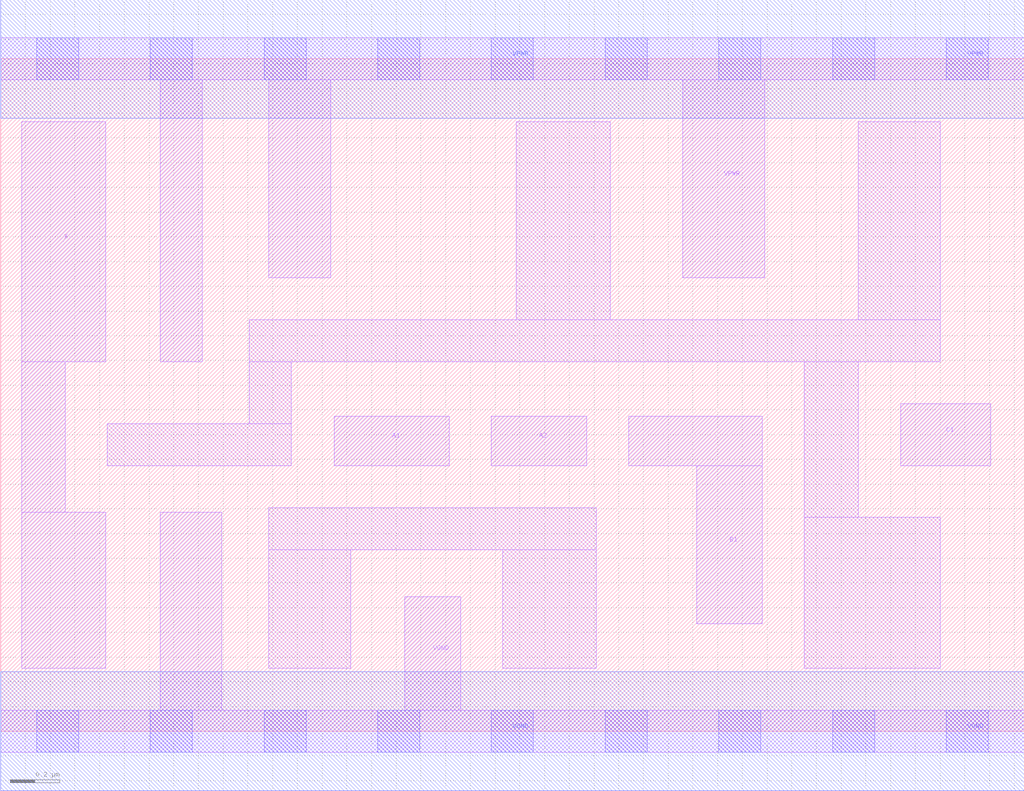
<source format=lef>
# Copyright 2020 The SkyWater PDK Authors
#
# Licensed under the Apache License, Version 2.0 (the "License");
# you may not use this file except in compliance with the License.
# You may obtain a copy of the License at
#
#     https://www.apache.org/licenses/LICENSE-2.0
#
# Unless required by applicable law or agreed to in writing, software
# distributed under the License is distributed on an "AS IS" BASIS,
# WITHOUT WARRANTIES OR CONDITIONS OF ANY KIND, either express or implied.
# See the License for the specific language governing permissions and
# limitations under the License.
#
# SPDX-License-Identifier: Apache-2.0

VERSION 5.7 ;
  NAMESCASESENSITIVE ON ;
  NOWIREEXTENSIONATPIN ON ;
  DIVIDERCHAR "/" ;
  BUSBITCHARS "[]" ;
UNITS
  DATABASE MICRONS 200 ;
END UNITS
PROPERTYDEFINITIONS
  MACRO maskLayoutSubType STRING ;
  MACRO prCellType STRING ;
  MACRO originalViewName STRING ;
END PROPERTYDEFINITIONS
MACRO sky130_fd_sc_hdll__o211a_1
  CLASS CORE ;
  FOREIGN sky130_fd_sc_hdll__o211a_1 ;
  ORIGIN  0.000000  0.000000 ;
  SIZE  4.140000 BY  2.720000 ;
  SYMMETRY X Y R90 ;
  SITE unithd ;
  PIN A1
    ANTENNAGATEAREA  0.277500 ;
    DIRECTION INPUT ;
    USE SIGNAL ;
    PORT
      LAYER li1 ;
        RECT 1.350000 1.075000 1.815000 1.275000 ;
    END
  END A1
  PIN A2
    ANTENNAGATEAREA  0.277500 ;
    DIRECTION INPUT ;
    USE SIGNAL ;
    PORT
      LAYER li1 ;
        RECT 1.985000 1.075000 2.370000 1.275000 ;
    END
  END A2
  PIN B1
    ANTENNAGATEAREA  0.277500 ;
    DIRECTION INPUT ;
    USE SIGNAL ;
    PORT
      LAYER li1 ;
        RECT 2.540000 1.075000 3.080000 1.275000 ;
        RECT 2.815000 0.435000 3.080000 1.075000 ;
    END
  END B1
  PIN C1
    ANTENNAGATEAREA  0.277500 ;
    DIRECTION INPUT ;
    USE SIGNAL ;
    PORT
      LAYER li1 ;
        RECT 3.640000 1.075000 4.005000 1.325000 ;
    END
  END C1
  PIN X
    ANTENNADIFFAREA  0.439000 ;
    DIRECTION OUTPUT ;
    USE SIGNAL ;
    PORT
      LAYER li1 ;
        RECT 0.085000 0.255000 0.425000 0.885000 ;
        RECT 0.085000 0.885000 0.260000 1.495000 ;
        RECT 0.085000 1.495000 0.425000 2.465000 ;
    END
  END X
  PIN VGND
    DIRECTION INOUT ;
    USE GROUND ;
    PORT
      LAYER li1 ;
        RECT 0.000000 -0.085000 4.140000 0.085000 ;
        RECT 0.645000  0.085000 0.895000 0.885000 ;
        RECT 1.635000  0.085000 1.860000 0.545000 ;
      LAYER mcon ;
        RECT 0.145000 -0.085000 0.315000 0.085000 ;
        RECT 0.605000 -0.085000 0.775000 0.085000 ;
        RECT 1.065000 -0.085000 1.235000 0.085000 ;
        RECT 1.525000 -0.085000 1.695000 0.085000 ;
        RECT 1.985000 -0.085000 2.155000 0.085000 ;
        RECT 2.445000 -0.085000 2.615000 0.085000 ;
        RECT 2.905000 -0.085000 3.075000 0.085000 ;
        RECT 3.365000 -0.085000 3.535000 0.085000 ;
        RECT 3.825000 -0.085000 3.995000 0.085000 ;
      LAYER met1 ;
        RECT 0.000000 -0.240000 4.140000 0.240000 ;
    END
  END VGND
  PIN VPWR
    DIRECTION INOUT ;
    USE POWER ;
    PORT
      LAYER li1 ;
        RECT 0.000000 2.635000 4.140000 2.805000 ;
        RECT 0.645000 1.495000 0.815000 2.635000 ;
        RECT 1.085000 1.835000 1.335000 2.635000 ;
        RECT 2.760000 1.835000 3.090000 2.635000 ;
      LAYER mcon ;
        RECT 0.145000 2.635000 0.315000 2.805000 ;
        RECT 0.605000 2.635000 0.775000 2.805000 ;
        RECT 1.065000 2.635000 1.235000 2.805000 ;
        RECT 1.525000 2.635000 1.695000 2.805000 ;
        RECT 1.985000 2.635000 2.155000 2.805000 ;
        RECT 2.445000 2.635000 2.615000 2.805000 ;
        RECT 2.905000 2.635000 3.075000 2.805000 ;
        RECT 3.365000 2.635000 3.535000 2.805000 ;
        RECT 3.825000 2.635000 3.995000 2.805000 ;
      LAYER met1 ;
        RECT 0.000000 2.480000 4.140000 2.960000 ;
    END
  END VPWR
  OBS
    LAYER li1 ;
      RECT 0.430000 1.075000 1.175000 1.245000 ;
      RECT 1.005000 1.245000 1.175000 1.495000 ;
      RECT 1.005000 1.495000 3.800000 1.665000 ;
      RECT 1.085000 0.255000 1.415000 0.735000 ;
      RECT 1.085000 0.735000 2.410000 0.905000 ;
      RECT 2.030000 0.255000 2.410000 0.735000 ;
      RECT 2.085000 1.665000 2.465000 2.465000 ;
      RECT 3.250000 0.255000 3.800000 0.865000 ;
      RECT 3.250000 0.865000 3.470000 1.495000 ;
      RECT 3.470000 1.665000 3.800000 2.465000 ;
  END
  PROPERTY maskLayoutSubType "abstract" ;
  PROPERTY prCellType "standard" ;
  PROPERTY originalViewName "layout" ;
END sky130_fd_sc_hdll__o211a_1

</source>
